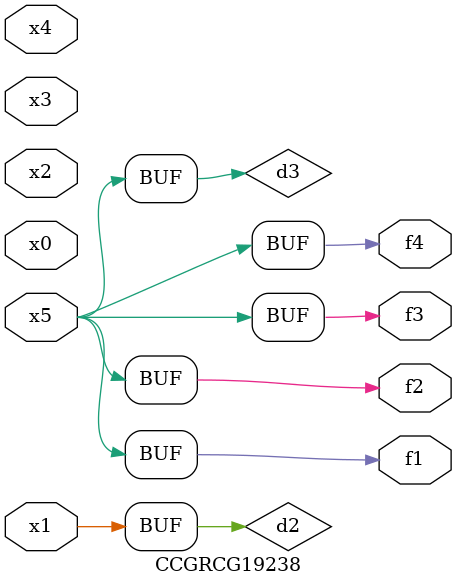
<source format=v>
module CCGRCG19238(
	input x0, x1, x2, x3, x4, x5,
	output f1, f2, f3, f4
);

	wire d1, d2, d3;

	not (d1, x5);
	or (d2, x1);
	xnor (d3, d1);
	assign f1 = d3;
	assign f2 = d3;
	assign f3 = d3;
	assign f4 = d3;
endmodule

</source>
